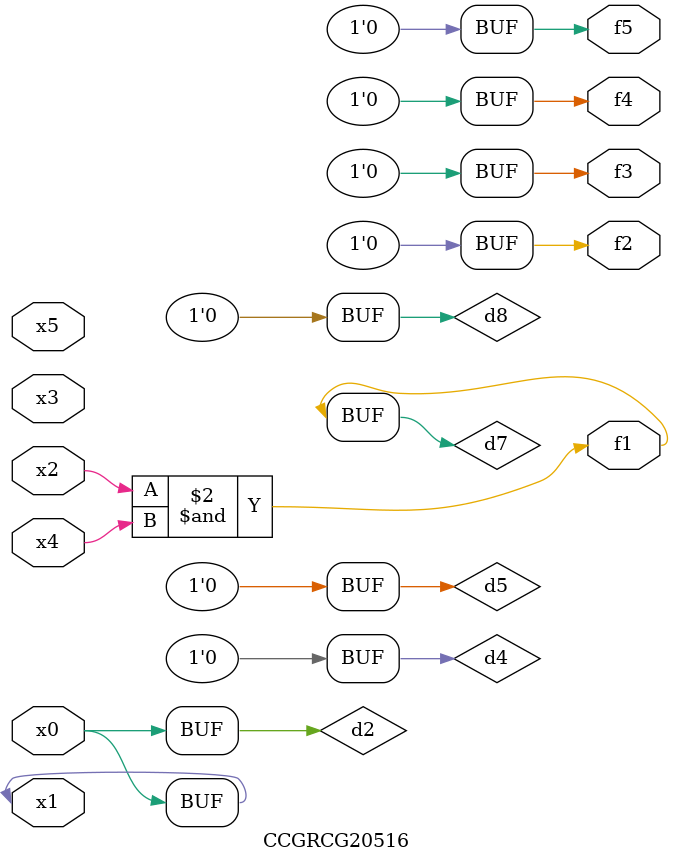
<source format=v>
module CCGRCG20516(
	input x0, x1, x2, x3, x4, x5,
	output f1, f2, f3, f4, f5
);

	wire d1, d2, d3, d4, d5, d6, d7, d8, d9;

	nand (d1, x1);
	buf (d2, x0, x1);
	nand (d3, x2, x4);
	and (d4, d1, d2);
	and (d5, d1, d2);
	nand (d6, d1, d3);
	not (d7, d3);
	xor (d8, d5);
	nor (d9, d5, d6);
	assign f1 = d7;
	assign f2 = d8;
	assign f3 = d8;
	assign f4 = d8;
	assign f5 = d8;
endmodule

</source>
